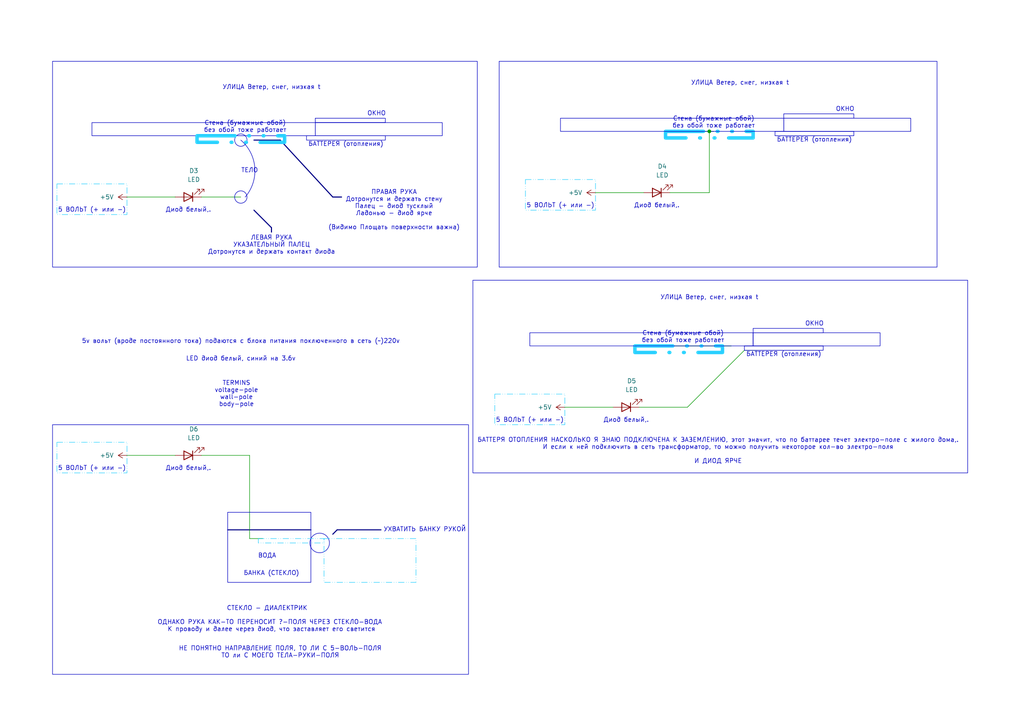
<source format=kicad_sch>
(kicad_sch (version 20250114) (generator "eeschema") (generator_version "9.0")
  (paper "A4")
  (title_block (rev "1") (company "CERCELL") (comment 2 "1v") (comment 3 "Emulation a keyboard typing,"))
  (lib_symbols
    (symbol "Device:LED" (pin_numbers (hide yes)) (pin_names (offset 1.016) (hide yes))
      (property "Reference" "D" (at 0 2.54 0))
      (property "Value" "LED" (at 0 -2.54 0))
      (symbol "LED_0_1"
        (polyline (pts (xy -3.048 -0.762) (xy -4.572 -2.286) (xy -3.81 -2.286) (xy -4.572 -2.286) (xy -4.572 -1.524)))
        (polyline (pts (xy -1.778 -0.762) (xy -3.302 -2.286) (xy -2.54 -2.286) (xy -3.302 -2.286) (xy -3.302 -1.524)))
        (polyline (pts (xy -1.27 0) (xy 1.27 0)))
        (polyline (pts (xy -1.27 -1.27) (xy -1.27 1.27)) (stroke (width 0.254)))
        (polyline (pts (xy 1.27 -1.27) (xy 1.27 1.27) (xy -1.27 0) (xy 1.27 -1.27)) (stroke (width 0.254)))
      )
      (symbol "LED_1_1"
        (pin passive line (at -3.81 0 0) (length 2.54) (name "K") (number "1"))
        (pin passive line (at 3.81 0 180) (length 2.54) (name "A") (number "2"))
      )
    )
    (symbol "power:+5V" (power) (pin_numbers (hide yes)) (pin_names (offset 0) (hide yes))
      (property "Value" "+5V" (at 0 3.556 0))
      (symbol "+5V_0_1"
        (polyline (pts (xy -0.762 1.27) (xy 0 2.54)))
        (polyline (pts (xy 0 2.54) (xy 0.762 1.27)))
        (polyline (pts (xy 0 0) (xy 0 2.54)))
      )
      (symbol "+5V_1_1"
        (pin power_in line (at 0 0 90) (length 0) (name "~") (number "1"))
      )
    )
  )
  (circle (center 69.85 57.15) (radius 1.7961))
  (rectangle (start 193.04 38.1) (end 218.44 40.005) (stroke (width 1) (type dash_dot_dot) (color 40 207 255 1)))
  (rectangle (start 227.33 33.02) (end 247.65 34.29))
  (rectangle (start 88.9 39.37) (end 111.76 40.64))
  (rectangle (start 26.67 35.56) (end 91.44 39.37))
  (rectangle (start 143.51 114.3) (end 163.83 123.19) (stroke (width 0) (type dash_dot_dot) (color 40 207 255 1)))
  (rectangle (start 218.44 96.52) (end 255.27 100.33))
  (rectangle (start 91.44 35.56) (end 128.27 39.37))
  (rectangle (start 74.93 156.21) (end 93.98 157.48) (stroke (width 0) (type dash_dot_dot) (color 40 207 255 1)))
  (rectangle (start 153.67 96.52) (end 218.44 100.33))
  (rectangle (start 162.56 34.29) (end 227.33 38.1))
  (rectangle (start 215.9 100.33) (end 238.76 101.6))
  (rectangle (start 15.24 123.19) (end 135.89 195.58))
  (rectangle (start 91.44 34.29) (end 111.76 35.56))
  (rectangle (start 218.44 95.25) (end 238.76 96.52))
  (circle (center 69.85 40.64) (radius 1.7961))
  (circle (center 92.71 157.48) (radius 2.8398))
  (arc (start 69.85 40.64) (mid 73.9043 48.632) (end 71.12 57.15))
  (rectangle (start 57.15 39.37) (end 82.55 41.275) (stroke (width 1) (type dash_dot_dot) (color 40 207 255 1)))
  (rectangle (start 16.51 128.27) (end 36.83 137.16) (stroke (width 0) (type dash_dot_dot) (color 40 207 255 1)))
  (rectangle (start 15.24 17.78) (end 138.43 77.47))
  (rectangle (start 224.79 38.1) (end 247.65 39.37))
  (rectangle (start 66.04 148.59) (end 90.17 168.91))
  (rectangle (start 152.4 52.07) (end 172.72 60.96) (stroke (width 0) (type dash_dot_dot) (color 40 207 255 1)))
  (rectangle (start 227.33 34.29) (end 264.16 38.1))
  (rectangle (start 184.15 100.33) (end 209.55 102.235) (stroke (width 1) (type dash_dot_dot) (color 40 207 255 1)))
  (rectangle (start 144.78 17.78) (end 271.78 77.47))
  (rectangle (start 137.16 81.28) (end 280.67 137.16))
  (rectangle (start 93.98 156.21) (end 120.65 168.91) (stroke (width 0) (type dash_dot_dot) (color 40 207 255 1)))
  (rectangle (start 16.51 53.34) (end 36.83 62.23) (stroke (width 0) (type dash_dot_dot) (color 40 207 255 1)))
  (text "ЛЕВАЯ РУКА\nУКАЗАТЕЛЬНЫЙ ПАЛЕЦ\nДотронутся и держать контакт диода" (at 78.74 71.12 0) (effects (font (size 1.27 1.27))))
  (text "БАТТЕРЯ ОТОПЛЕНИЯ НАСКОЛЬКО Я ЗНАЮ ПОДКЛЮЧЕНА К ЗАЗЕМЛЕНИЮ, этот значит, что по баттарее течет электро-поле с жилого дома,.\nИ если к ней подключить в сеть трансформатор, то можно получить некоторое кол-во электро-поля\n\nИ ДИОД ЯРЧЕ" (at 208.28 130.81 0) (effects (font (size 1.27 1.27))))
  (text "БАТТЕРЕЯ (отопления)" (at 100.33 41.91 0) (effects (font (size 1.27 1.27))))
  (text "5 ВОЛЬТ (+ или -)" (at 162.56 59.69 0) (effects (font (size 1.27 1.27))))
  (text "Диод белый,." (at 54.61 135.89 0) (effects (font (size 1.27 1.27))))
  (text "TERMINS\nvoltage-pole\nwall-pole\nbody-pole" (at 68.58 114.3 0) (effects (font (size 1.27 1.27))))
  (text "УХВАТИТЬ БАНКУ РУКОЙ\n" (at 123.19 153.67 0) (effects (font (size 1.27 1.27))))
  (text "5v вольт (вроде постоянного тока) подаются с блока питания поключенного в сеть (~)220v" (at 69.85 99.06 0) (effects (font (size 1.27 1.27))))
  (text "LED диод белый, синий на 3.6v" (at 69.85 104.14 0) (effects (font (size 1.27 1.27))))
  (text "Стена (бумажные обой)\nбез обой тоже работает" (at 71.12 36.83 0) (effects (font (size 1.27 1.27))))
  (text "ВОДА" (at 77.47 161.29 0) (effects (font (size 1.27 1.27))))
  (text "УЛИЦА Ветер, снег, низкая t" (at 205.74 86.36 0) (effects (font (size 1.27 1.27))))
  (text "БАНКА (СТЕКЛО)" (at 78.74 166.37 0) (effects (font (size 1.27 1.27))))
  (text "ОКНО" (at 109.22 33.02 0) (effects (font (size 1.27 1.27))))
  (text "СТЕКЛО - ДИАЛЕКТРИК" (at 77.47 176.53 0) (effects (font (size 1.27 1.27))))
  (text "ОДНАКО РУКА КАК-ТО ПЕРЕНОСИТ ?-ПОЛЯ ЧЕРЕЗ СТЕКЛО-ВОДА \nК проводу и далее через диод, что заставляет его светится" (at 78.74 181.61 0) (effects (font (size 1.27 1.27))))
  (text "УЛИЦА Ветер, снег, низкая t" (at 214.63 24.13 0) (effects (font (size 1.27 1.27))))
  (text "ПРАВАЯ РУКА\nДотронутся и держать стену\nПалец - диод тусклый\nЛадонью - диод ярче\n\n(Видимо Площать поверхности важна)" (at 114.3 60.96 0) (effects (font (size 1.27 1.27))))
  (text "ОКНО" (at 245.11 31.75 0) (effects (font (size 1.27 1.27))))
  (text "5 ВОЛЬТ (+ или -)" (at 153.67 121.92 0) (effects (font (size 1.27 1.27))))
  (text "БАТТЕРЕЯ (отопления)" (at 227.33 102.87 0) (effects (font (size 1.27 1.27))))
  (text "БАТТЕРЕЯ (отопления)" (at 236.22 40.64 0) (effects (font (size 1.27 1.27))))
  (text "УЛИЦА Ветер, снег, низкая t" (at 78.74 25.4 0) (effects (font (size 1.27 1.27))))
  (text "Диод белый,." (at 190.5 59.69 0) (effects (font (size 1.27 1.27))))
  (text "Стена (бумажные обой)\nбез обой тоже работает" (at 207.01 35.56 0) (effects (font (size 1.27 1.27))))
  (text "Диод белый,." (at 181.61 121.92 0) (effects (font (size 1.27 1.27))))
  (text "ТЕЛО" (at 72.39 49.53 0) (effects (font (size 1.27 1.27))))
  (text "ОКНО" (at 236.22 93.98 0) (effects (font (size 1.27 1.27))))
  (text "НЕ ПОНЯТНО НАПРАВЛЕНИЕ ПОЛЯ, ТО ЛИ С 5-ВОЛЬ-ПОЛЯ\nТО ли С МОЕГО ТЕЛА-РУКИ-ПОЛЯ" (at 81.28 189.23 0) (effects (font (size 1.27 1.27))))
  (text "Диод белый,." (at 54.61 60.96 0) (effects (font (size 1.27 1.27))))
  (text "5 ВОЛЬТ (+ или -)" (at 26.67 60.96 0) (effects (font (size 1.27 1.27))))
  (text "5 ВОЛЬТ (+ или -)" (at 26.67 135.89 0) (effects (font (size 1.27 1.27))))
  (text "Стена (бумажные обой)\nбез обой тоже работает" (at 198.12 97.79 0) (effects (font (size 1.27 1.27))))
  (junction (at 205.74 38.1))
  (wire (pts (xy 194.31 55.88) (xy 205.74 55.88)))
  (wire (pts (xy 205.74 38.1) (xy 205.74 55.88)))
  (wire (pts (xy 72.39 156.21) (xy 76.2 156.21)))
  (wire (pts (xy 205.74 38.1) (xy 207.01 38.1)))
  (bus (pts (xy 81.28 40.64) (xy 96.52 57.15)))
  (bus (pts (xy 66.04 153.67) (xy 90.17 153.67)))
  (wire (pts (xy 58.42 132.08) (xy 72.39 132.08)))
  (bus (pts (xy 96.52 57.15) (xy 99.06 57.15)))
  (wire (pts (xy 50.8 132.08) (xy 36.83 132.08)))
  (wire (pts (xy 199.39 118.11) (xy 215.9 101.6)))
  (bus (pts (xy 110.49 153.67) (xy 97.79 153.67)))
  (wire (pts (xy 50.8 57.15) (xy 36.83 57.15)))
  (bus (pts (xy 96.52 154.94) (xy 97.79 153.67)))
  (wire (pts (xy 185.42 118.11) (xy 199.39 118.11)))
  (wire (pts (xy 204.47 38.1) (xy 205.74 38.1)))
  (wire (pts (xy 72.39 132.08) (xy 72.39 156.21)))
  (bus (pts (xy 73.66 60.96) (xy 78.74 66.04)))
  (bus (pts (xy 78.74 66.04) (xy 78.74 67.31)))
  (wire (pts (xy 177.8 118.11) (xy 163.83 118.11)))
  (wire (pts (xy 186.69 55.88) (xy 172.72 55.88)))
  (bus (pts (xy 73.66 40.64) (xy 81.28 40.64)))
  (wire (pts (xy 195.58 100.33) (xy 212.09 100.33)))
  (wire (pts (xy 215.9 101.6) (xy 219.71 101.6)))
  (wire (pts (xy 58.42 57.15) (xy 69.85 57.15)))
  (symbol (lib_id "power:+5V") (at 36.83 132.08 90) (unit 1)
    (property "Reference" "#PWR011" (effects (hide yes)))
    (property "Value" "+5V" (at 33.02 132.0799 90) (effects (justify left)))
    (property "Description" "Power symbol creates a global label with name \"+5V\"" (effects (hide yes)))
  )
  (symbol (lib_id "Device:LED") (at 54.61 57.15 180) (unit 1)
    (property "Reference" "D3" (at 56.1975 49.53 0))
    (property "Value" "LED" (at 56.1975 52.07 0))
    (property "Description" "Light emitting diode" (effects (hide yes)))
    (property "Sim.Pins" "1=K 2=A" (effects (hide yes)))
  )
  (symbol (lib_id "power:+5V") (at 36.83 57.15 90) (unit 1)
    (property "Reference" "#PWR08" (effects (hide yes)))
    (property "Value" "+5V" (at 33.02 57.1499 90) (effects (justify left)))
    (property "Description" "Power symbol creates a global label with name \"+5V\"" (effects (hide yes)))
  )
  (symbol (lib_id "Device:LED") (at 54.61 132.08 180) (unit 1)
    (property "Reference" "D6" (at 56.1975 124.46 0))
    (property "Value" "LED" (at 56.1975 127 0))
    (property "Description" "Light emitting diode" (effects (hide yes)))
    (property "Sim.Pins" "1=K 2=A" (effects (hide yes)))
  )
  (symbol (lib_id "power:+5V") (at 172.72 55.88 90) (unit 1)
    (property "Reference" "#PWR09" (effects (hide yes)))
    (property "Value" "+5V" (at 168.91 55.8799 90) (effects (justify left)))
    (property "Description" "Power symbol creates a global label with name \"+5V\"" (effects (hide yes)))
  )
  (symbol (lib_id "Device:LED") (at 181.61 118.11 180) (unit 1)
    (property "Reference" "D5" (at 183.1975 110.49 0))
    (property "Value" "LED" (at 183.1975 113.03 0))
    (property "Description" "Light emitting diode" (effects (hide yes)))
    (property "Sim.Pins" "1=K 2=A" (effects (hide yes)))
  )
  (symbol (lib_id "Device:LED") (at 190.5 55.88 180) (unit 1)
    (property "Reference" "D4" (at 192.0875 48.26 0))
    (property "Value" "LED" (at 192.0875 50.8 0))
    (property "Description" "Light emitting diode" (effects (hide yes)))
    (property "Sim.Pins" "1=K 2=A" (effects (hide yes)))
  )
  (symbol (lib_id "power:+5V") (at 163.83 118.11 90) (unit 1)
    (property "Reference" "#PWR010" (effects (hide yes)))
    (property "Value" "+5V" (at 160.02 118.1099 90) (effects (justify left)))
    (property "Description" "Power symbol creates a global label with name \"+5V\"" (effects (hide yes)))
  )
)
</source>
